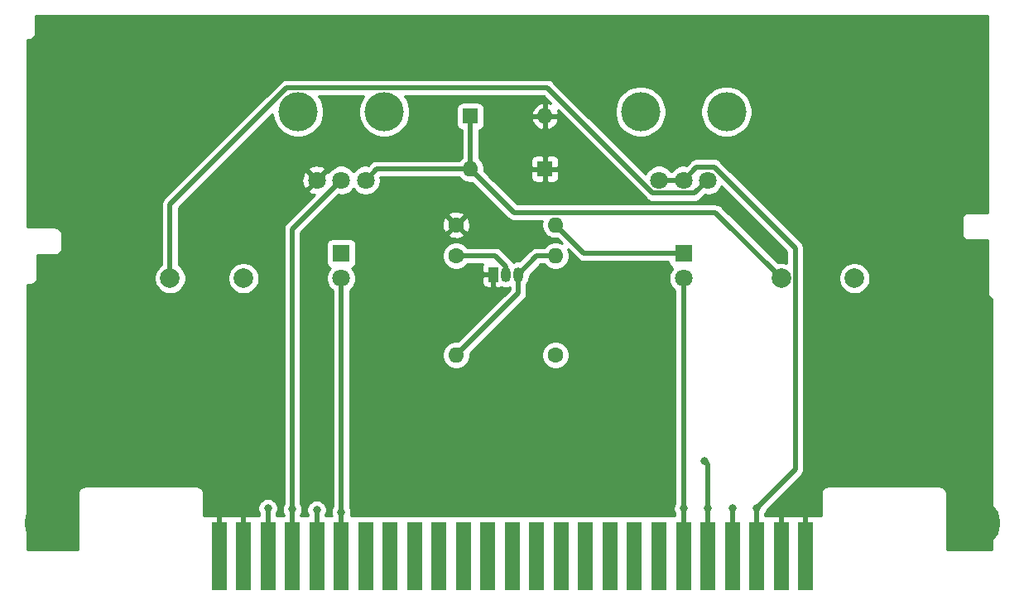
<source format=gbr>
G04 #@! TF.GenerationSoftware,KiCad,Pcbnew,(5.1.7)-1*
G04 #@! TF.CreationDate,2021-02-06T11:06:05-06:00*
G04 #@! TF.ProjectId,ConsolePedalDistortion,436f6e73-6f6c-4655-9065-64616c446973,rev?*
G04 #@! TF.SameCoordinates,Original*
G04 #@! TF.FileFunction,Copper,L1,Top*
G04 #@! TF.FilePolarity,Positive*
%FSLAX46Y46*%
G04 Gerber Fmt 4.6, Leading zero omitted, Abs format (unit mm)*
G04 Created by KiCad (PCBNEW (5.1.7)-1) date 2021-02-06 11:06:05*
%MOMM*%
%LPD*%
G01*
G04 APERTURE LIST*
G04 #@! TA.AperFunction,ComponentPad*
%ADD10C,1.600000*%
G04 #@! TD*
G04 #@! TA.AperFunction,ComponentPad*
%ADD11O,1.600000X1.600000*%
G04 #@! TD*
G04 #@! TA.AperFunction,ComponentPad*
%ADD12R,1.800000X1.800000*%
G04 #@! TD*
G04 #@! TA.AperFunction,ComponentPad*
%ADD13C,1.800000*%
G04 #@! TD*
G04 #@! TA.AperFunction,ConnectorPad*
%ADD14R,1.500000X7.000000*%
G04 #@! TD*
G04 #@! TA.AperFunction,WasherPad*
%ADD15C,4.000000*%
G04 #@! TD*
G04 #@! TA.AperFunction,ComponentPad*
%ADD16C,5.000000*%
G04 #@! TD*
G04 #@! TA.AperFunction,ComponentPad*
%ADD17C,2.000000*%
G04 #@! TD*
G04 #@! TA.AperFunction,ComponentPad*
%ADD18R,1.600000X1.600000*%
G04 #@! TD*
G04 #@! TA.AperFunction,ComponentPad*
%ADD19O,1.050000X1.500000*%
G04 #@! TD*
G04 #@! TA.AperFunction,ComponentPad*
%ADD20R,1.050000X1.500000*%
G04 #@! TD*
G04 #@! TA.AperFunction,ViaPad*
%ADD21C,0.800000*%
G04 #@! TD*
G04 #@! TA.AperFunction,Conductor*
%ADD22C,0.500000*%
G04 #@! TD*
G04 #@! TA.AperFunction,Conductor*
%ADD23C,0.254000*%
G04 #@! TD*
G04 #@! TA.AperFunction,Conductor*
%ADD24C,0.100000*%
G04 #@! TD*
G04 APERTURE END LIST*
D10*
G04 #@! TO.P,R3,1*
G04 #@! TO.N,GND*
X127000000Y-92075000D03*
D11*
G04 #@! TO.P,R3,2*
G04 #@! TO.N,Net-(D1-Pad1)*
X137160000Y-92075000D03*
G04 #@! TD*
D12*
G04 #@! TO.P,D1,1*
G04 #@! TO.N,Net-(D1-Pad1)*
X115250000Y-95000000D03*
D13*
G04 #@! TO.P,D1,2*
G04 #@! TO.N,/LEDPower*
X115250000Y-97540000D03*
G04 #@! TD*
G04 #@! TO.P,D2,2*
G04 #@! TO.N,/LEDPower*
X150250000Y-97540000D03*
D12*
G04 #@! TO.P,D2,1*
G04 #@! TO.N,Net-(D1-Pad1)*
X150250000Y-95000000D03*
G04 #@! TD*
D14*
G04 #@! TO.P,J1,1*
G04 #@! TO.N,GND*
X102750000Y-126000000D03*
G04 #@! TO.P,J1,2*
X105250000Y-126000000D03*
G04 #@! TO.P,J1,3*
G04 #@! TO.N,/Input*
X107750000Y-126000000D03*
G04 #@! TO.P,J1,4*
G04 #@! TO.N,/Output*
X110250000Y-126000000D03*
G04 #@! TO.P,J1,5*
G04 #@! TO.N,+9V*
X112750000Y-126000000D03*
G04 #@! TO.P,J1,6*
G04 #@! TO.N,/LEDPower*
X115250000Y-126000000D03*
G04 #@! TO.P,J1,7*
G04 #@! TO.N,N/C*
X117750000Y-126000000D03*
G04 #@! TO.P,J1,8*
X120250000Y-126000000D03*
G04 #@! TO.P,J1,9*
X122750000Y-126000000D03*
G04 #@! TO.P,J1,10*
X125250000Y-126000000D03*
G04 #@! TO.P,J1,11*
X127750000Y-126000000D03*
G04 #@! TO.P,J1,12*
X130250000Y-126000000D03*
G04 #@! TO.P,J1,13*
X132750000Y-126000000D03*
G04 #@! TO.P,J1,14*
X135250000Y-126000000D03*
G04 #@! TO.P,J1,15*
X137750000Y-126000000D03*
G04 #@! TO.P,J1,16*
X140250000Y-126000000D03*
G04 #@! TO.P,J1,17*
X142750000Y-126000000D03*
G04 #@! TO.P,J1,18*
X145250000Y-126000000D03*
G04 #@! TO.P,J1,19*
X147750000Y-126000000D03*
G04 #@! TO.P,J1,20*
G04 #@! TO.N,/LEDPower*
X150250000Y-126000000D03*
G04 #@! TO.P,J1,21*
G04 #@! TO.N,+9V*
X152750000Y-126000000D03*
G04 #@! TO.P,J1,22*
G04 #@! TO.N,/Output*
X155250000Y-126000000D03*
G04 #@! TO.P,J1,23*
G04 #@! TO.N,/Input*
X157750000Y-126000000D03*
G04 #@! TO.P,J1,24*
G04 #@! TO.N,GND*
X160250000Y-126000000D03*
G04 #@! TO.P,J1,25*
X162750000Y-126000000D03*
G04 #@! TD*
D15*
G04 #@! TO.P,RV1,*
G04 #@! TO.N,*
X154650000Y-80500000D03*
X145850000Y-80500000D03*
D13*
G04 #@! TO.P,RV1,1*
G04 #@! TO.N,Net-(C1-Pad2)*
X152750000Y-87500000D03*
G04 #@! TO.P,RV1,2*
G04 #@! TO.N,/Input*
X150250000Y-87500000D03*
G04 #@! TO.P,RV1,3*
X147750000Y-87500000D03*
G04 #@! TD*
G04 #@! TO.P,RV2,3*
G04 #@! TO.N,GND*
X112750000Y-87500000D03*
G04 #@! TO.P,RV2,2*
G04 #@! TO.N,/Output*
X115250000Y-87500000D03*
G04 #@! TO.P,RV2,1*
G04 #@! TO.N,Net-(C2-Pad1)*
X117750000Y-87500000D03*
D15*
G04 #@! TO.P,RV2,*
G04 #@! TO.N,*
X110850000Y-80500000D03*
X119650000Y-80500000D03*
G04 #@! TD*
D16*
G04 #@! TO.P,H1,1*
G04 #@! TO.N,GND*
X85350000Y-122600000D03*
G04 #@! TD*
G04 #@! TO.P,H2,1*
G04 #@! TO.N,GND*
X180150000Y-122600000D03*
G04 #@! TD*
D17*
G04 #@! TO.P,C1,1*
G04 #@! TO.N,Net-(C1-Pad1)*
X105250000Y-97540000D03*
G04 #@! TO.P,C1,2*
G04 #@! TO.N,Net-(C1-Pad2)*
X97750000Y-97540000D03*
G04 #@! TD*
G04 #@! TO.P,C2,2*
G04 #@! TO.N,Net-(C2-Pad2)*
X167750000Y-97540000D03*
G04 #@! TO.P,C2,1*
G04 #@! TO.N,Net-(C2-Pad1)*
X160250000Y-97540000D03*
G04 #@! TD*
D18*
G04 #@! TO.P,D3,1*
G04 #@! TO.N,Net-(C2-Pad1)*
X128460500Y-80962500D03*
D11*
G04 #@! TO.P,D3,2*
G04 #@! TO.N,GND*
X136080500Y-80962500D03*
G04 #@! TD*
G04 #@! TO.P,D4,2*
G04 #@! TO.N,Net-(C2-Pad1)*
X128460500Y-86360000D03*
D18*
G04 #@! TO.P,D4,1*
G04 #@! TO.N,GND*
X136080500Y-86360000D03*
G04 #@! TD*
D19*
G04 #@! TO.P,Q1,2*
G04 #@! TO.N,Net-(C1-Pad1)*
X132080000Y-97155000D03*
G04 #@! TO.P,Q1,3*
G04 #@! TO.N,Net-(C2-Pad2)*
X133350000Y-97155000D03*
D20*
G04 #@! TO.P,Q1,1*
G04 #@! TO.N,GND*
X130810000Y-97155000D03*
G04 #@! TD*
D10*
G04 #@! TO.P,R1,1*
G04 #@! TO.N,Net-(C1-Pad1)*
X127000000Y-95250000D03*
D11*
G04 #@! TO.P,R1,2*
G04 #@! TO.N,Net-(C2-Pad2)*
X127000000Y-105410000D03*
G04 #@! TD*
G04 #@! TO.P,R2,2*
G04 #@! TO.N,Net-(C2-Pad2)*
X137160000Y-95250000D03*
D10*
G04 #@! TO.P,R2,1*
G04 #@! TO.N,+9V*
X137160000Y-105410000D03*
G04 #@! TD*
D21*
G04 #@! TO.N,GND*
X105250000Y-120979000D03*
X160250000Y-120988000D03*
X102750000Y-121038000D03*
X162750000Y-120967000D03*
G04 #@! TO.N,/LEDPower*
X115250000Y-121454000D03*
X150250000Y-121073000D03*
G04 #@! TO.N,/Input*
X107750000Y-121066000D03*
X157750000Y-121066000D03*
G04 #@! TO.N,/Output*
X110250000Y-121195000D03*
X155250000Y-121068000D03*
G04 #@! TO.N,+9V*
X112750000Y-121235000D03*
X152750000Y-121108000D03*
X152400000Y-116205000D03*
G04 #@! TD*
D22*
G04 #@! TO.N,GND*
X105250000Y-126000000D02*
X105250000Y-120979000D01*
X160250000Y-126000000D02*
X160250000Y-120988000D01*
X102750000Y-126000000D02*
X102750000Y-121038000D01*
X162750000Y-126000000D02*
X162750000Y-120967000D01*
G04 #@! TO.N,Net-(C1-Pad1)*
X132080000Y-96339998D02*
X132080000Y-97155000D01*
X130990002Y-95250000D02*
X132080000Y-96339998D01*
X127000000Y-95250000D02*
X130990002Y-95250000D01*
G04 #@! TO.N,Net-(C1-Pad2)*
X151399999Y-88850001D02*
X152750000Y-87500000D01*
X147101999Y-88850001D02*
X151399999Y-88850001D01*
X136301997Y-78049999D02*
X147101999Y-88850001D01*
X109673999Y-78049999D02*
X136301997Y-78049999D01*
X97750000Y-89973998D02*
X109673999Y-78049999D01*
X97750000Y-97540000D02*
X97750000Y-89973998D01*
G04 #@! TO.N,Net-(C2-Pad2)*
X133350000Y-99060000D02*
X133350000Y-97155000D01*
X127000000Y-105410000D02*
X133350000Y-99060000D01*
X135255000Y-95250000D02*
X133350000Y-97155000D01*
X137160000Y-95250000D02*
X135255000Y-95250000D01*
G04 #@! TO.N,Net-(C2-Pad1)*
X128460500Y-86360000D02*
X128460500Y-80962500D01*
X118890000Y-86360000D02*
X117750000Y-87500000D01*
X128460500Y-86360000D02*
X118890000Y-86360000D01*
X132925499Y-90824999D02*
X128460500Y-86360000D01*
X153534999Y-90824999D02*
X132925499Y-90824999D01*
X160250000Y-97540000D02*
X153534999Y-90824999D01*
G04 #@! TO.N,/LEDPower*
X115250000Y-126000000D02*
X115250000Y-121454000D01*
X150250000Y-126000000D02*
X150250000Y-121073000D01*
X115250000Y-121454000D02*
X115250000Y-97540000D01*
X150250000Y-97540000D02*
X150250000Y-121073000D01*
G04 #@! TO.N,/Input*
X107750000Y-126000000D02*
X107750000Y-121066000D01*
X157750000Y-126000000D02*
X157750000Y-121066000D01*
X147750000Y-87500000D02*
X150250000Y-87500000D01*
X161700001Y-94451999D02*
X161700001Y-117115999D01*
X161700001Y-117115999D02*
X157750000Y-121066000D01*
X153398001Y-86149999D02*
X161700001Y-94451999D01*
X151600001Y-86149999D02*
X153398001Y-86149999D01*
X150250000Y-87500000D02*
X151600001Y-86149999D01*
G04 #@! TO.N,/Output*
X110250000Y-126000000D02*
X110250000Y-121195000D01*
X155250000Y-126000000D02*
X155250000Y-121068000D01*
X110250000Y-92500000D02*
X110250000Y-121195000D01*
X115250000Y-87500000D02*
X110250000Y-92500000D01*
G04 #@! TO.N,+9V*
X112750000Y-126000000D02*
X112750000Y-121235000D01*
X152750000Y-126000000D02*
X152750000Y-121108000D01*
X152750000Y-121108000D02*
X152750000Y-116555000D01*
X152750000Y-116555000D02*
X152400000Y-116205000D01*
X152400000Y-116205000D02*
X152400000Y-116205000D01*
G04 #@! TO.N,Net-(D1-Pad1)*
X140085000Y-95000000D02*
X137160000Y-92075000D01*
X150250000Y-95000000D02*
X140085000Y-95000000D01*
G04 #@! TD*
D23*
G04 #@! TO.N,GND*
X181323001Y-90823000D02*
X179433252Y-90823000D01*
X179400000Y-90819725D01*
X179366748Y-90823000D01*
X179267285Y-90832796D01*
X179139670Y-90871508D01*
X179022059Y-90934372D01*
X178918973Y-91018973D01*
X178834372Y-91122059D01*
X178771508Y-91239670D01*
X178732796Y-91367285D01*
X178719725Y-91500000D01*
X178723001Y-91533262D01*
X178723000Y-92966747D01*
X178719725Y-93000000D01*
X178732796Y-93132715D01*
X178771508Y-93260330D01*
X178834372Y-93377941D01*
X178918973Y-93481027D01*
X179022059Y-93565628D01*
X179139670Y-93628492D01*
X179267285Y-93667204D01*
X179400000Y-93680275D01*
X179433252Y-93677000D01*
X181323000Y-93677000D01*
X181323001Y-98966738D01*
X181319725Y-99000000D01*
X181332796Y-99132715D01*
X181371508Y-99260330D01*
X181434372Y-99377941D01*
X181518973Y-99481027D01*
X181622059Y-99565628D01*
X181739670Y-99628492D01*
X181823001Y-99653770D01*
X181823000Y-125323000D01*
X177177000Y-125323000D01*
X177177000Y-119533252D01*
X177180275Y-119500000D01*
X177167204Y-119367285D01*
X177128492Y-119239670D01*
X177065628Y-119122059D01*
X176981027Y-119018973D01*
X176877941Y-118934372D01*
X176760330Y-118871508D01*
X176632715Y-118832796D01*
X176533252Y-118823000D01*
X176500000Y-118819725D01*
X176466748Y-118823000D01*
X165033252Y-118823000D01*
X165000000Y-118819725D01*
X164966748Y-118823000D01*
X164867285Y-118832796D01*
X164739670Y-118871508D01*
X164622059Y-118934372D01*
X164518973Y-119018973D01*
X164434372Y-119122059D01*
X164371508Y-119239670D01*
X164332796Y-119367285D01*
X164319725Y-119500000D01*
X164323001Y-119533262D01*
X164323001Y-121793000D01*
X158627000Y-121793000D01*
X158627000Y-121602027D01*
X158660115Y-121552467D01*
X158737533Y-121365565D01*
X158749162Y-121307103D01*
X162289675Y-117766591D01*
X162323134Y-117739132D01*
X162432728Y-117605591D01*
X162514163Y-117453236D01*
X162564311Y-117287921D01*
X162577001Y-117159078D01*
X162581244Y-117115999D01*
X162577001Y-117072920D01*
X162577001Y-97379755D01*
X166123000Y-97379755D01*
X166123000Y-97700245D01*
X166185525Y-98014578D01*
X166308172Y-98310673D01*
X166486227Y-98577152D01*
X166712848Y-98803773D01*
X166979327Y-98981828D01*
X167275422Y-99104475D01*
X167589755Y-99167000D01*
X167910245Y-99167000D01*
X168224578Y-99104475D01*
X168520673Y-98981828D01*
X168787152Y-98803773D01*
X169013773Y-98577152D01*
X169191828Y-98310673D01*
X169314475Y-98014578D01*
X169377000Y-97700245D01*
X169377000Y-97379755D01*
X169314475Y-97065422D01*
X169191828Y-96769327D01*
X169013773Y-96502848D01*
X168787152Y-96276227D01*
X168520673Y-96098172D01*
X168224578Y-95975525D01*
X167910245Y-95913000D01*
X167589755Y-95913000D01*
X167275422Y-95975525D01*
X166979327Y-96098172D01*
X166712848Y-96276227D01*
X166486227Y-96502848D01*
X166308172Y-96769327D01*
X166185525Y-97065422D01*
X166123000Y-97379755D01*
X162577001Y-97379755D01*
X162577001Y-94495078D01*
X162581244Y-94451999D01*
X162564311Y-94280076D01*
X162514163Y-94114762D01*
X162462963Y-94018973D01*
X162432728Y-93962407D01*
X162363324Y-93877838D01*
X162350595Y-93862327D01*
X162350593Y-93862325D01*
X162323134Y-93828866D01*
X162289676Y-93801408D01*
X154048598Y-85560331D01*
X154021134Y-85526866D01*
X153887593Y-85417272D01*
X153735238Y-85335837D01*
X153569923Y-85285689D01*
X153441080Y-85272999D01*
X153398001Y-85268756D01*
X153354922Y-85272999D01*
X151643080Y-85272999D01*
X151600001Y-85268756D01*
X151428078Y-85285689D01*
X151262764Y-85335837D01*
X151110409Y-85417272D01*
X150976868Y-85526866D01*
X150949404Y-85560331D01*
X150514115Y-85995620D01*
X150400396Y-85973000D01*
X150099604Y-85973000D01*
X149804590Y-86031681D01*
X149526694Y-86146790D01*
X149276594Y-86313901D01*
X149063901Y-86526594D01*
X149000000Y-86622229D01*
X148936099Y-86526594D01*
X148723406Y-86313901D01*
X148473306Y-86146790D01*
X148195410Y-86031681D01*
X147900396Y-85973000D01*
X147599604Y-85973000D01*
X147304590Y-86031681D01*
X147026694Y-86146790D01*
X146776594Y-86313901D01*
X146563901Y-86526594D01*
X146396790Y-86776694D01*
X146359348Y-86867085D01*
X139733526Y-80241263D01*
X143223000Y-80241263D01*
X143223000Y-80758737D01*
X143323954Y-81266268D01*
X143521983Y-81744351D01*
X143809476Y-82174615D01*
X144175385Y-82540524D01*
X144605649Y-82828017D01*
X145083732Y-83026046D01*
X145591263Y-83127000D01*
X146108737Y-83127000D01*
X146616268Y-83026046D01*
X147094351Y-82828017D01*
X147524615Y-82540524D01*
X147890524Y-82174615D01*
X148178017Y-81744351D01*
X148376046Y-81266268D01*
X148477000Y-80758737D01*
X148477000Y-80241263D01*
X152023000Y-80241263D01*
X152023000Y-80758737D01*
X152123954Y-81266268D01*
X152321983Y-81744351D01*
X152609476Y-82174615D01*
X152975385Y-82540524D01*
X153405649Y-82828017D01*
X153883732Y-83026046D01*
X154391263Y-83127000D01*
X154908737Y-83127000D01*
X155416268Y-83026046D01*
X155894351Y-82828017D01*
X156324615Y-82540524D01*
X156690524Y-82174615D01*
X156978017Y-81744351D01*
X157176046Y-81266268D01*
X157277000Y-80758737D01*
X157277000Y-80241263D01*
X157176046Y-79733732D01*
X156978017Y-79255649D01*
X156690524Y-78825385D01*
X156324615Y-78459476D01*
X155894351Y-78171983D01*
X155416268Y-77973954D01*
X154908737Y-77873000D01*
X154391263Y-77873000D01*
X153883732Y-77973954D01*
X153405649Y-78171983D01*
X152975385Y-78459476D01*
X152609476Y-78825385D01*
X152321983Y-79255649D01*
X152123954Y-79733732D01*
X152023000Y-80241263D01*
X148477000Y-80241263D01*
X148376046Y-79733732D01*
X148178017Y-79255649D01*
X147890524Y-78825385D01*
X147524615Y-78459476D01*
X147094351Y-78171983D01*
X146616268Y-77973954D01*
X146108737Y-77873000D01*
X145591263Y-77873000D01*
X145083732Y-77973954D01*
X144605649Y-78171983D01*
X144175385Y-78459476D01*
X143809476Y-78825385D01*
X143521983Y-79255649D01*
X143323954Y-79733732D01*
X143223000Y-80241263D01*
X139733526Y-80241263D01*
X136952594Y-77460331D01*
X136925130Y-77426866D01*
X136791589Y-77317272D01*
X136639234Y-77235837D01*
X136473919Y-77185689D01*
X136345076Y-77172999D01*
X136301997Y-77168756D01*
X136258918Y-77172999D01*
X109717075Y-77172999D01*
X109673998Y-77168756D01*
X109630921Y-77172999D01*
X109630920Y-77172999D01*
X109502077Y-77185689D01*
X109336762Y-77235837D01*
X109184407Y-77317272D01*
X109050866Y-77426866D01*
X109023407Y-77460325D01*
X97160327Y-89323406D01*
X97126868Y-89350865D01*
X97099409Y-89384324D01*
X97099406Y-89384327D01*
X97017274Y-89484406D01*
X96935838Y-89636762D01*
X96885690Y-89802076D01*
X96868757Y-89973998D01*
X96873001Y-90017088D01*
X96873000Y-96169217D01*
X96712848Y-96276227D01*
X96486227Y-96502848D01*
X96308172Y-96769327D01*
X96185525Y-97065422D01*
X96123000Y-97379755D01*
X96123000Y-97700245D01*
X96185525Y-98014578D01*
X96308172Y-98310673D01*
X96486227Y-98577152D01*
X96712848Y-98803773D01*
X96979327Y-98981828D01*
X97275422Y-99104475D01*
X97589755Y-99167000D01*
X97910245Y-99167000D01*
X98224578Y-99104475D01*
X98520673Y-98981828D01*
X98787152Y-98803773D01*
X99013773Y-98577152D01*
X99191828Y-98310673D01*
X99314475Y-98014578D01*
X99377000Y-97700245D01*
X99377000Y-97379755D01*
X103623000Y-97379755D01*
X103623000Y-97700245D01*
X103685525Y-98014578D01*
X103808172Y-98310673D01*
X103986227Y-98577152D01*
X104212848Y-98803773D01*
X104479327Y-98981828D01*
X104775422Y-99104475D01*
X105089755Y-99167000D01*
X105410245Y-99167000D01*
X105724578Y-99104475D01*
X106020673Y-98981828D01*
X106287152Y-98803773D01*
X106513773Y-98577152D01*
X106691828Y-98310673D01*
X106814475Y-98014578D01*
X106877000Y-97700245D01*
X106877000Y-97379755D01*
X106814475Y-97065422D01*
X106691828Y-96769327D01*
X106513773Y-96502848D01*
X106287152Y-96276227D01*
X106020673Y-96098172D01*
X105724578Y-95975525D01*
X105410245Y-95913000D01*
X105089755Y-95913000D01*
X104775422Y-95975525D01*
X104479327Y-96098172D01*
X104212848Y-96276227D01*
X103986227Y-96502848D01*
X103808172Y-96769327D01*
X103685525Y-97065422D01*
X103623000Y-97379755D01*
X99377000Y-97379755D01*
X99314475Y-97065422D01*
X99191828Y-96769327D01*
X99013773Y-96502848D01*
X98787152Y-96276227D01*
X98627000Y-96169217D01*
X98627000Y-90337263D01*
X101397710Y-87566553D01*
X111209009Y-87566553D01*
X111251603Y-87865907D01*
X111351778Y-88151199D01*
X111431739Y-88300792D01*
X111685920Y-88384475D01*
X112570395Y-87500000D01*
X111685920Y-86615525D01*
X111431739Y-86699208D01*
X111300842Y-86971775D01*
X111225635Y-87264642D01*
X111209009Y-87566553D01*
X101397710Y-87566553D01*
X102528343Y-86435920D01*
X111865525Y-86435920D01*
X112750000Y-87320395D01*
X113634475Y-86435920D01*
X113550792Y-86181739D01*
X113278225Y-86050842D01*
X112985358Y-85975635D01*
X112683447Y-85959009D01*
X112384093Y-86001603D01*
X112098801Y-86101778D01*
X111949208Y-86181739D01*
X111865525Y-86435920D01*
X102528343Y-86435920D01*
X108223000Y-80741264D01*
X108223000Y-80758737D01*
X108323954Y-81266268D01*
X108521983Y-81744351D01*
X108809476Y-82174615D01*
X109175385Y-82540524D01*
X109605649Y-82828017D01*
X110083732Y-83026046D01*
X110591263Y-83127000D01*
X111108737Y-83127000D01*
X111616268Y-83026046D01*
X112094351Y-82828017D01*
X112524615Y-82540524D01*
X112890524Y-82174615D01*
X113178017Y-81744351D01*
X113376046Y-81266268D01*
X113477000Y-80758737D01*
X113477000Y-80241263D01*
X113376046Y-79733732D01*
X113178017Y-79255649D01*
X112958420Y-78926999D01*
X117541580Y-78926999D01*
X117321983Y-79255649D01*
X117123954Y-79733732D01*
X117023000Y-80241263D01*
X117023000Y-80758737D01*
X117123954Y-81266268D01*
X117321983Y-81744351D01*
X117609476Y-82174615D01*
X117975385Y-82540524D01*
X118405649Y-82828017D01*
X118883732Y-83026046D01*
X119391263Y-83127000D01*
X119908737Y-83127000D01*
X120416268Y-83026046D01*
X120894351Y-82828017D01*
X121324615Y-82540524D01*
X121690524Y-82174615D01*
X121978017Y-81744351D01*
X122176046Y-81266268D01*
X122277000Y-80758737D01*
X122277000Y-80241263D01*
X122176046Y-79733732D01*
X121978017Y-79255649D01*
X121758420Y-78926999D01*
X135938732Y-78926999D01*
X136667558Y-79655825D01*
X136429540Y-79570591D01*
X136207500Y-79691876D01*
X136207500Y-80835500D01*
X137350415Y-80835500D01*
X137472404Y-80613461D01*
X137431746Y-80479413D01*
X137378509Y-80366776D01*
X146451402Y-89439669D01*
X146478866Y-89473134D01*
X146612407Y-89582728D01*
X146764762Y-89664163D01*
X146930077Y-89714311D01*
X147058920Y-89727001D01*
X147058929Y-89727001D01*
X147101998Y-89731243D01*
X147145068Y-89727001D01*
X151356920Y-89727001D01*
X151399999Y-89731244D01*
X151443078Y-89727001D01*
X151571921Y-89714311D01*
X151737236Y-89664163D01*
X151889591Y-89582728D01*
X152023132Y-89473134D01*
X152050596Y-89439669D01*
X152485885Y-89004380D01*
X152599604Y-89027000D01*
X152900396Y-89027000D01*
X153195410Y-88968319D01*
X153473306Y-88853210D01*
X153723406Y-88686099D01*
X153936099Y-88473406D01*
X154103210Y-88223306D01*
X154140652Y-88132915D01*
X160823001Y-94815265D01*
X160823001Y-96016293D01*
X160724578Y-95975525D01*
X160410245Y-95913000D01*
X160089755Y-95913000D01*
X159900842Y-95950577D01*
X154185596Y-90235331D01*
X154158132Y-90201866D01*
X154024591Y-90092272D01*
X153872236Y-90010837D01*
X153706921Y-89960689D01*
X153578078Y-89947999D01*
X153534999Y-89943756D01*
X153491920Y-89947999D01*
X133288764Y-89947999D01*
X130500765Y-87160000D01*
X134642428Y-87160000D01*
X134654688Y-87284482D01*
X134690998Y-87404180D01*
X134749963Y-87514494D01*
X134829315Y-87611185D01*
X134926006Y-87690537D01*
X135036320Y-87749502D01*
X135156018Y-87785812D01*
X135280500Y-87798072D01*
X135794750Y-87795000D01*
X135953500Y-87636250D01*
X135953500Y-86487000D01*
X136207500Y-86487000D01*
X136207500Y-87636250D01*
X136366250Y-87795000D01*
X136880500Y-87798072D01*
X137004982Y-87785812D01*
X137124680Y-87749502D01*
X137234994Y-87690537D01*
X137331685Y-87611185D01*
X137411037Y-87514494D01*
X137470002Y-87404180D01*
X137506312Y-87284482D01*
X137518572Y-87160000D01*
X137515500Y-86645750D01*
X137356750Y-86487000D01*
X136207500Y-86487000D01*
X135953500Y-86487000D01*
X134804250Y-86487000D01*
X134645500Y-86645750D01*
X134642428Y-87160000D01*
X130500765Y-87160000D01*
X129879837Y-86539072D01*
X129887500Y-86500547D01*
X129887500Y-86219453D01*
X129832662Y-85943759D01*
X129725091Y-85684062D01*
X129642196Y-85560000D01*
X134642428Y-85560000D01*
X134645500Y-86074250D01*
X134804250Y-86233000D01*
X135953500Y-86233000D01*
X135953500Y-85083750D01*
X136207500Y-85083750D01*
X136207500Y-86233000D01*
X137356750Y-86233000D01*
X137515500Y-86074250D01*
X137518572Y-85560000D01*
X137506312Y-85435518D01*
X137470002Y-85315820D01*
X137411037Y-85205506D01*
X137331685Y-85108815D01*
X137234994Y-85029463D01*
X137124680Y-84970498D01*
X137004982Y-84934188D01*
X136880500Y-84921928D01*
X136366250Y-84925000D01*
X136207500Y-85083750D01*
X135953500Y-85083750D01*
X135794750Y-84925000D01*
X135280500Y-84921928D01*
X135156018Y-84934188D01*
X135036320Y-84970498D01*
X134926006Y-85029463D01*
X134829315Y-85108815D01*
X134749963Y-85205506D01*
X134690998Y-85315820D01*
X134654688Y-85435518D01*
X134642428Y-85560000D01*
X129642196Y-85560000D01*
X129568924Y-85450340D01*
X129370160Y-85251576D01*
X129337500Y-85229753D01*
X129337500Y-82384949D01*
X129383413Y-82380427D01*
X129501603Y-82344575D01*
X129610528Y-82286353D01*
X129706001Y-82208001D01*
X129784353Y-82112528D01*
X129842575Y-82003603D01*
X129878427Y-81885413D01*
X129890533Y-81762500D01*
X129890533Y-81311539D01*
X134688596Y-81311539D01*
X134729254Y-81445587D01*
X134849463Y-81699920D01*
X135016981Y-81925914D01*
X135225369Y-82114885D01*
X135466619Y-82259570D01*
X135731460Y-82354409D01*
X135953500Y-82233124D01*
X135953500Y-81089500D01*
X136207500Y-81089500D01*
X136207500Y-82233124D01*
X136429540Y-82354409D01*
X136694381Y-82259570D01*
X136935631Y-82114885D01*
X137144019Y-81925914D01*
X137311537Y-81699920D01*
X137431746Y-81445587D01*
X137472404Y-81311539D01*
X137350415Y-81089500D01*
X136207500Y-81089500D01*
X135953500Y-81089500D01*
X134810585Y-81089500D01*
X134688596Y-81311539D01*
X129890533Y-81311539D01*
X129890533Y-80613461D01*
X134688596Y-80613461D01*
X134810585Y-80835500D01*
X135953500Y-80835500D01*
X135953500Y-79691876D01*
X135731460Y-79570591D01*
X135466619Y-79665430D01*
X135225369Y-79810115D01*
X135016981Y-79999086D01*
X134849463Y-80225080D01*
X134729254Y-80479413D01*
X134688596Y-80613461D01*
X129890533Y-80613461D01*
X129890533Y-80162500D01*
X129878427Y-80039587D01*
X129842575Y-79921397D01*
X129784353Y-79812472D01*
X129706001Y-79716999D01*
X129610528Y-79638647D01*
X129501603Y-79580425D01*
X129383413Y-79544573D01*
X129260500Y-79532467D01*
X127660500Y-79532467D01*
X127537587Y-79544573D01*
X127419397Y-79580425D01*
X127310472Y-79638647D01*
X127214999Y-79716999D01*
X127136647Y-79812472D01*
X127078425Y-79921397D01*
X127042573Y-80039587D01*
X127030467Y-80162500D01*
X127030467Y-81762500D01*
X127042573Y-81885413D01*
X127078425Y-82003603D01*
X127136647Y-82112528D01*
X127214999Y-82208001D01*
X127310472Y-82286353D01*
X127419397Y-82344575D01*
X127537587Y-82380427D01*
X127583501Y-82384949D01*
X127583500Y-85229753D01*
X127550840Y-85251576D01*
X127352076Y-85450340D01*
X127330253Y-85483000D01*
X118933069Y-85483000D01*
X118889999Y-85478758D01*
X118846930Y-85483000D01*
X118846921Y-85483000D01*
X118718078Y-85495690D01*
X118552763Y-85545838D01*
X118400408Y-85627273D01*
X118266867Y-85736867D01*
X118239403Y-85770332D01*
X118014115Y-85995620D01*
X117900396Y-85973000D01*
X117599604Y-85973000D01*
X117304590Y-86031681D01*
X117026694Y-86146790D01*
X116776594Y-86313901D01*
X116563901Y-86526594D01*
X116500000Y-86622229D01*
X116436099Y-86526594D01*
X116223406Y-86313901D01*
X115973306Y-86146790D01*
X115695410Y-86031681D01*
X115400396Y-85973000D01*
X115099604Y-85973000D01*
X114804590Y-86031681D01*
X114526694Y-86146790D01*
X114276594Y-86313901D01*
X114063901Y-86526594D01*
X113970147Y-86666906D01*
X113814080Y-86615525D01*
X112929605Y-87500000D01*
X112943748Y-87514143D01*
X112764143Y-87693748D01*
X112750000Y-87679605D01*
X111865525Y-88564080D01*
X111949208Y-88818261D01*
X112221775Y-88949158D01*
X112491351Y-89018384D01*
X109660332Y-91849403D01*
X109626867Y-91876867D01*
X109599406Y-91910329D01*
X109517274Y-92010408D01*
X109435838Y-92162764D01*
X109385690Y-92328078D01*
X109368757Y-92500000D01*
X109373000Y-92543080D01*
X109373001Y-120658971D01*
X109339885Y-120708533D01*
X109262467Y-120895435D01*
X109223000Y-121093849D01*
X109223000Y-121296151D01*
X109262467Y-121494565D01*
X109339885Y-121681467D01*
X109373001Y-121731029D01*
X109373001Y-121793000D01*
X108627000Y-121793000D01*
X108627000Y-121602027D01*
X108660115Y-121552467D01*
X108737533Y-121365565D01*
X108777000Y-121167151D01*
X108777000Y-120964849D01*
X108737533Y-120766435D01*
X108660115Y-120579533D01*
X108547723Y-120411326D01*
X108404674Y-120268277D01*
X108236467Y-120155885D01*
X108049565Y-120078467D01*
X107851151Y-120039000D01*
X107648849Y-120039000D01*
X107450435Y-120078467D01*
X107263533Y-120155885D01*
X107095326Y-120268277D01*
X106952277Y-120411326D01*
X106839885Y-120579533D01*
X106762467Y-120766435D01*
X106723000Y-120964849D01*
X106723000Y-121167151D01*
X106762467Y-121365565D01*
X106839885Y-121552467D01*
X106873001Y-121602029D01*
X106873001Y-121793000D01*
X101177000Y-121793000D01*
X101177000Y-119533252D01*
X101180275Y-119500000D01*
X101167204Y-119367285D01*
X101128492Y-119239670D01*
X101065628Y-119122059D01*
X100981027Y-119018973D01*
X100877941Y-118934372D01*
X100760330Y-118871508D01*
X100632715Y-118832796D01*
X100533252Y-118823000D01*
X100500000Y-118819725D01*
X100466748Y-118823000D01*
X89033252Y-118823000D01*
X89000000Y-118819725D01*
X88966748Y-118823000D01*
X88867285Y-118832796D01*
X88739670Y-118871508D01*
X88622059Y-118934372D01*
X88518973Y-119018973D01*
X88434372Y-119122059D01*
X88371508Y-119239670D01*
X88332796Y-119367285D01*
X88319725Y-119500000D01*
X88323000Y-119533252D01*
X88323001Y-125323000D01*
X83177000Y-125323000D01*
X83177000Y-98177000D01*
X83466748Y-98177000D01*
X83500000Y-98180275D01*
X83533252Y-98177000D01*
X83632715Y-98167204D01*
X83760330Y-98128492D01*
X83877941Y-98065628D01*
X83981027Y-97981027D01*
X84065628Y-97877941D01*
X84128492Y-97760330D01*
X84167204Y-97632715D01*
X84180275Y-97500000D01*
X84177000Y-97466748D01*
X84177000Y-95177000D01*
X85966748Y-95177000D01*
X86000000Y-95180275D01*
X86033252Y-95177000D01*
X86132715Y-95167204D01*
X86260330Y-95128492D01*
X86377941Y-95065628D01*
X86481027Y-94981027D01*
X86565628Y-94877941D01*
X86628492Y-94760330D01*
X86667204Y-94632715D01*
X86680275Y-94500000D01*
X86677000Y-94466748D01*
X86677000Y-93033251D01*
X86680275Y-93000000D01*
X86667204Y-92867285D01*
X86628492Y-92739670D01*
X86565628Y-92622059D01*
X86481027Y-92518973D01*
X86377941Y-92434372D01*
X86260330Y-92371508D01*
X86132715Y-92332796D01*
X86033252Y-92323000D01*
X86000000Y-92319725D01*
X85966748Y-92323000D01*
X83177000Y-92323000D01*
X83177000Y-73177000D01*
X83266748Y-73177000D01*
X83300000Y-73180275D01*
X83333252Y-73177000D01*
X83432715Y-73167204D01*
X83560330Y-73128492D01*
X83677941Y-73065628D01*
X83781027Y-72981027D01*
X83865628Y-72877941D01*
X83928492Y-72760330D01*
X83967204Y-72632715D01*
X83980275Y-72500000D01*
X83977000Y-72466748D01*
X83977000Y-70677000D01*
X181323000Y-70677000D01*
X181323001Y-90823000D01*
G04 #@! TA.AperFunction,Conductor*
D24*
G36*
X181323001Y-90823000D02*
G01*
X179433252Y-90823000D01*
X179400000Y-90819725D01*
X179366748Y-90823000D01*
X179267285Y-90832796D01*
X179139670Y-90871508D01*
X179022059Y-90934372D01*
X178918973Y-91018973D01*
X178834372Y-91122059D01*
X178771508Y-91239670D01*
X178732796Y-91367285D01*
X178719725Y-91500000D01*
X178723001Y-91533262D01*
X178723000Y-92966747D01*
X178719725Y-93000000D01*
X178732796Y-93132715D01*
X178771508Y-93260330D01*
X178834372Y-93377941D01*
X178918973Y-93481027D01*
X179022059Y-93565628D01*
X179139670Y-93628492D01*
X179267285Y-93667204D01*
X179400000Y-93680275D01*
X179433252Y-93677000D01*
X181323000Y-93677000D01*
X181323001Y-98966738D01*
X181319725Y-99000000D01*
X181332796Y-99132715D01*
X181371508Y-99260330D01*
X181434372Y-99377941D01*
X181518973Y-99481027D01*
X181622059Y-99565628D01*
X181739670Y-99628492D01*
X181823001Y-99653770D01*
X181823000Y-125323000D01*
X177177000Y-125323000D01*
X177177000Y-119533252D01*
X177180275Y-119500000D01*
X177167204Y-119367285D01*
X177128492Y-119239670D01*
X177065628Y-119122059D01*
X176981027Y-119018973D01*
X176877941Y-118934372D01*
X176760330Y-118871508D01*
X176632715Y-118832796D01*
X176533252Y-118823000D01*
X176500000Y-118819725D01*
X176466748Y-118823000D01*
X165033252Y-118823000D01*
X165000000Y-118819725D01*
X164966748Y-118823000D01*
X164867285Y-118832796D01*
X164739670Y-118871508D01*
X164622059Y-118934372D01*
X164518973Y-119018973D01*
X164434372Y-119122059D01*
X164371508Y-119239670D01*
X164332796Y-119367285D01*
X164319725Y-119500000D01*
X164323001Y-119533262D01*
X164323001Y-121793000D01*
X158627000Y-121793000D01*
X158627000Y-121602027D01*
X158660115Y-121552467D01*
X158737533Y-121365565D01*
X158749162Y-121307103D01*
X162289675Y-117766591D01*
X162323134Y-117739132D01*
X162432728Y-117605591D01*
X162514163Y-117453236D01*
X162564311Y-117287921D01*
X162577001Y-117159078D01*
X162581244Y-117115999D01*
X162577001Y-117072920D01*
X162577001Y-97379755D01*
X166123000Y-97379755D01*
X166123000Y-97700245D01*
X166185525Y-98014578D01*
X166308172Y-98310673D01*
X166486227Y-98577152D01*
X166712848Y-98803773D01*
X166979327Y-98981828D01*
X167275422Y-99104475D01*
X167589755Y-99167000D01*
X167910245Y-99167000D01*
X168224578Y-99104475D01*
X168520673Y-98981828D01*
X168787152Y-98803773D01*
X169013773Y-98577152D01*
X169191828Y-98310673D01*
X169314475Y-98014578D01*
X169377000Y-97700245D01*
X169377000Y-97379755D01*
X169314475Y-97065422D01*
X169191828Y-96769327D01*
X169013773Y-96502848D01*
X168787152Y-96276227D01*
X168520673Y-96098172D01*
X168224578Y-95975525D01*
X167910245Y-95913000D01*
X167589755Y-95913000D01*
X167275422Y-95975525D01*
X166979327Y-96098172D01*
X166712848Y-96276227D01*
X166486227Y-96502848D01*
X166308172Y-96769327D01*
X166185525Y-97065422D01*
X166123000Y-97379755D01*
X162577001Y-97379755D01*
X162577001Y-94495078D01*
X162581244Y-94451999D01*
X162564311Y-94280076D01*
X162514163Y-94114762D01*
X162462963Y-94018973D01*
X162432728Y-93962407D01*
X162363324Y-93877838D01*
X162350595Y-93862327D01*
X162350593Y-93862325D01*
X162323134Y-93828866D01*
X162289676Y-93801408D01*
X154048598Y-85560331D01*
X154021134Y-85526866D01*
X153887593Y-85417272D01*
X153735238Y-85335837D01*
X153569923Y-85285689D01*
X153441080Y-85272999D01*
X153398001Y-85268756D01*
X153354922Y-85272999D01*
X151643080Y-85272999D01*
X151600001Y-85268756D01*
X151428078Y-85285689D01*
X151262764Y-85335837D01*
X151110409Y-85417272D01*
X150976868Y-85526866D01*
X150949404Y-85560331D01*
X150514115Y-85995620D01*
X150400396Y-85973000D01*
X150099604Y-85973000D01*
X149804590Y-86031681D01*
X149526694Y-86146790D01*
X149276594Y-86313901D01*
X149063901Y-86526594D01*
X149000000Y-86622229D01*
X148936099Y-86526594D01*
X148723406Y-86313901D01*
X148473306Y-86146790D01*
X148195410Y-86031681D01*
X147900396Y-85973000D01*
X147599604Y-85973000D01*
X147304590Y-86031681D01*
X147026694Y-86146790D01*
X146776594Y-86313901D01*
X146563901Y-86526594D01*
X146396790Y-86776694D01*
X146359348Y-86867085D01*
X139733526Y-80241263D01*
X143223000Y-80241263D01*
X143223000Y-80758737D01*
X143323954Y-81266268D01*
X143521983Y-81744351D01*
X143809476Y-82174615D01*
X144175385Y-82540524D01*
X144605649Y-82828017D01*
X145083732Y-83026046D01*
X145591263Y-83127000D01*
X146108737Y-83127000D01*
X146616268Y-83026046D01*
X147094351Y-82828017D01*
X147524615Y-82540524D01*
X147890524Y-82174615D01*
X148178017Y-81744351D01*
X148376046Y-81266268D01*
X148477000Y-80758737D01*
X148477000Y-80241263D01*
X152023000Y-80241263D01*
X152023000Y-80758737D01*
X152123954Y-81266268D01*
X152321983Y-81744351D01*
X152609476Y-82174615D01*
X152975385Y-82540524D01*
X153405649Y-82828017D01*
X153883732Y-83026046D01*
X154391263Y-83127000D01*
X154908737Y-83127000D01*
X155416268Y-83026046D01*
X155894351Y-82828017D01*
X156324615Y-82540524D01*
X156690524Y-82174615D01*
X156978017Y-81744351D01*
X157176046Y-81266268D01*
X157277000Y-80758737D01*
X157277000Y-80241263D01*
X157176046Y-79733732D01*
X156978017Y-79255649D01*
X156690524Y-78825385D01*
X156324615Y-78459476D01*
X155894351Y-78171983D01*
X155416268Y-77973954D01*
X154908737Y-77873000D01*
X154391263Y-77873000D01*
X153883732Y-77973954D01*
X153405649Y-78171983D01*
X152975385Y-78459476D01*
X152609476Y-78825385D01*
X152321983Y-79255649D01*
X152123954Y-79733732D01*
X152023000Y-80241263D01*
X148477000Y-80241263D01*
X148376046Y-79733732D01*
X148178017Y-79255649D01*
X147890524Y-78825385D01*
X147524615Y-78459476D01*
X147094351Y-78171983D01*
X146616268Y-77973954D01*
X146108737Y-77873000D01*
X145591263Y-77873000D01*
X145083732Y-77973954D01*
X144605649Y-78171983D01*
X144175385Y-78459476D01*
X143809476Y-78825385D01*
X143521983Y-79255649D01*
X143323954Y-79733732D01*
X143223000Y-80241263D01*
X139733526Y-80241263D01*
X136952594Y-77460331D01*
X136925130Y-77426866D01*
X136791589Y-77317272D01*
X136639234Y-77235837D01*
X136473919Y-77185689D01*
X136345076Y-77172999D01*
X136301997Y-77168756D01*
X136258918Y-77172999D01*
X109717075Y-77172999D01*
X109673998Y-77168756D01*
X109630921Y-77172999D01*
X109630920Y-77172999D01*
X109502077Y-77185689D01*
X109336762Y-77235837D01*
X109184407Y-77317272D01*
X109050866Y-77426866D01*
X109023407Y-77460325D01*
X97160327Y-89323406D01*
X97126868Y-89350865D01*
X97099409Y-89384324D01*
X97099406Y-89384327D01*
X97017274Y-89484406D01*
X96935838Y-89636762D01*
X96885690Y-89802076D01*
X96868757Y-89973998D01*
X96873001Y-90017088D01*
X96873000Y-96169217D01*
X96712848Y-96276227D01*
X96486227Y-96502848D01*
X96308172Y-96769327D01*
X96185525Y-97065422D01*
X96123000Y-97379755D01*
X96123000Y-97700245D01*
X96185525Y-98014578D01*
X96308172Y-98310673D01*
X96486227Y-98577152D01*
X96712848Y-98803773D01*
X96979327Y-98981828D01*
X97275422Y-99104475D01*
X97589755Y-99167000D01*
X97910245Y-99167000D01*
X98224578Y-99104475D01*
X98520673Y-98981828D01*
X98787152Y-98803773D01*
X99013773Y-98577152D01*
X99191828Y-98310673D01*
X99314475Y-98014578D01*
X99377000Y-97700245D01*
X99377000Y-97379755D01*
X103623000Y-97379755D01*
X103623000Y-97700245D01*
X103685525Y-98014578D01*
X103808172Y-98310673D01*
X103986227Y-98577152D01*
X104212848Y-98803773D01*
X104479327Y-98981828D01*
X104775422Y-99104475D01*
X105089755Y-99167000D01*
X105410245Y-99167000D01*
X105724578Y-99104475D01*
X106020673Y-98981828D01*
X106287152Y-98803773D01*
X106513773Y-98577152D01*
X106691828Y-98310673D01*
X106814475Y-98014578D01*
X106877000Y-97700245D01*
X106877000Y-97379755D01*
X106814475Y-97065422D01*
X106691828Y-96769327D01*
X106513773Y-96502848D01*
X106287152Y-96276227D01*
X106020673Y-96098172D01*
X105724578Y-95975525D01*
X105410245Y-95913000D01*
X105089755Y-95913000D01*
X104775422Y-95975525D01*
X104479327Y-96098172D01*
X104212848Y-96276227D01*
X103986227Y-96502848D01*
X103808172Y-96769327D01*
X103685525Y-97065422D01*
X103623000Y-97379755D01*
X99377000Y-97379755D01*
X99314475Y-97065422D01*
X99191828Y-96769327D01*
X99013773Y-96502848D01*
X98787152Y-96276227D01*
X98627000Y-96169217D01*
X98627000Y-90337263D01*
X101397710Y-87566553D01*
X111209009Y-87566553D01*
X111251603Y-87865907D01*
X111351778Y-88151199D01*
X111431739Y-88300792D01*
X111685920Y-88384475D01*
X112570395Y-87500000D01*
X111685920Y-86615525D01*
X111431739Y-86699208D01*
X111300842Y-86971775D01*
X111225635Y-87264642D01*
X111209009Y-87566553D01*
X101397710Y-87566553D01*
X102528343Y-86435920D01*
X111865525Y-86435920D01*
X112750000Y-87320395D01*
X113634475Y-86435920D01*
X113550792Y-86181739D01*
X113278225Y-86050842D01*
X112985358Y-85975635D01*
X112683447Y-85959009D01*
X112384093Y-86001603D01*
X112098801Y-86101778D01*
X111949208Y-86181739D01*
X111865525Y-86435920D01*
X102528343Y-86435920D01*
X108223000Y-80741264D01*
X108223000Y-80758737D01*
X108323954Y-81266268D01*
X108521983Y-81744351D01*
X108809476Y-82174615D01*
X109175385Y-82540524D01*
X109605649Y-82828017D01*
X110083732Y-83026046D01*
X110591263Y-83127000D01*
X111108737Y-83127000D01*
X111616268Y-83026046D01*
X112094351Y-82828017D01*
X112524615Y-82540524D01*
X112890524Y-82174615D01*
X113178017Y-81744351D01*
X113376046Y-81266268D01*
X113477000Y-80758737D01*
X113477000Y-80241263D01*
X113376046Y-79733732D01*
X113178017Y-79255649D01*
X112958420Y-78926999D01*
X117541580Y-78926999D01*
X117321983Y-79255649D01*
X117123954Y-79733732D01*
X117023000Y-80241263D01*
X117023000Y-80758737D01*
X117123954Y-81266268D01*
X117321983Y-81744351D01*
X117609476Y-82174615D01*
X117975385Y-82540524D01*
X118405649Y-82828017D01*
X118883732Y-83026046D01*
X119391263Y-83127000D01*
X119908737Y-83127000D01*
X120416268Y-83026046D01*
X120894351Y-82828017D01*
X121324615Y-82540524D01*
X121690524Y-82174615D01*
X121978017Y-81744351D01*
X122176046Y-81266268D01*
X122277000Y-80758737D01*
X122277000Y-80241263D01*
X122176046Y-79733732D01*
X121978017Y-79255649D01*
X121758420Y-78926999D01*
X135938732Y-78926999D01*
X136667558Y-79655825D01*
X136429540Y-79570591D01*
X136207500Y-79691876D01*
X136207500Y-80835500D01*
X137350415Y-80835500D01*
X137472404Y-80613461D01*
X137431746Y-80479413D01*
X137378509Y-80366776D01*
X146451402Y-89439669D01*
X146478866Y-89473134D01*
X146612407Y-89582728D01*
X146764762Y-89664163D01*
X146930077Y-89714311D01*
X147058920Y-89727001D01*
X147058929Y-89727001D01*
X147101998Y-89731243D01*
X147145068Y-89727001D01*
X151356920Y-89727001D01*
X151399999Y-89731244D01*
X151443078Y-89727001D01*
X151571921Y-89714311D01*
X151737236Y-89664163D01*
X151889591Y-89582728D01*
X152023132Y-89473134D01*
X152050596Y-89439669D01*
X152485885Y-89004380D01*
X152599604Y-89027000D01*
X152900396Y-89027000D01*
X153195410Y-88968319D01*
X153473306Y-88853210D01*
X153723406Y-88686099D01*
X153936099Y-88473406D01*
X154103210Y-88223306D01*
X154140652Y-88132915D01*
X160823001Y-94815265D01*
X160823001Y-96016293D01*
X160724578Y-95975525D01*
X160410245Y-95913000D01*
X160089755Y-95913000D01*
X159900842Y-95950577D01*
X154185596Y-90235331D01*
X154158132Y-90201866D01*
X154024591Y-90092272D01*
X153872236Y-90010837D01*
X153706921Y-89960689D01*
X153578078Y-89947999D01*
X153534999Y-89943756D01*
X153491920Y-89947999D01*
X133288764Y-89947999D01*
X130500765Y-87160000D01*
X134642428Y-87160000D01*
X134654688Y-87284482D01*
X134690998Y-87404180D01*
X134749963Y-87514494D01*
X134829315Y-87611185D01*
X134926006Y-87690537D01*
X135036320Y-87749502D01*
X135156018Y-87785812D01*
X135280500Y-87798072D01*
X135794750Y-87795000D01*
X135953500Y-87636250D01*
X135953500Y-86487000D01*
X136207500Y-86487000D01*
X136207500Y-87636250D01*
X136366250Y-87795000D01*
X136880500Y-87798072D01*
X137004982Y-87785812D01*
X137124680Y-87749502D01*
X137234994Y-87690537D01*
X137331685Y-87611185D01*
X137411037Y-87514494D01*
X137470002Y-87404180D01*
X137506312Y-87284482D01*
X137518572Y-87160000D01*
X137515500Y-86645750D01*
X137356750Y-86487000D01*
X136207500Y-86487000D01*
X135953500Y-86487000D01*
X134804250Y-86487000D01*
X134645500Y-86645750D01*
X134642428Y-87160000D01*
X130500765Y-87160000D01*
X129879837Y-86539072D01*
X129887500Y-86500547D01*
X129887500Y-86219453D01*
X129832662Y-85943759D01*
X129725091Y-85684062D01*
X129642196Y-85560000D01*
X134642428Y-85560000D01*
X134645500Y-86074250D01*
X134804250Y-86233000D01*
X135953500Y-86233000D01*
X135953500Y-85083750D01*
X136207500Y-85083750D01*
X136207500Y-86233000D01*
X137356750Y-86233000D01*
X137515500Y-86074250D01*
X137518572Y-85560000D01*
X137506312Y-85435518D01*
X137470002Y-85315820D01*
X137411037Y-85205506D01*
X137331685Y-85108815D01*
X137234994Y-85029463D01*
X137124680Y-84970498D01*
X137004982Y-84934188D01*
X136880500Y-84921928D01*
X136366250Y-84925000D01*
X136207500Y-85083750D01*
X135953500Y-85083750D01*
X135794750Y-84925000D01*
X135280500Y-84921928D01*
X135156018Y-84934188D01*
X135036320Y-84970498D01*
X134926006Y-85029463D01*
X134829315Y-85108815D01*
X134749963Y-85205506D01*
X134690998Y-85315820D01*
X134654688Y-85435518D01*
X134642428Y-85560000D01*
X129642196Y-85560000D01*
X129568924Y-85450340D01*
X129370160Y-85251576D01*
X129337500Y-85229753D01*
X129337500Y-82384949D01*
X129383413Y-82380427D01*
X129501603Y-82344575D01*
X129610528Y-82286353D01*
X129706001Y-82208001D01*
X129784353Y-82112528D01*
X129842575Y-82003603D01*
X129878427Y-81885413D01*
X129890533Y-81762500D01*
X129890533Y-81311539D01*
X134688596Y-81311539D01*
X134729254Y-81445587D01*
X134849463Y-81699920D01*
X135016981Y-81925914D01*
X135225369Y-82114885D01*
X135466619Y-82259570D01*
X135731460Y-82354409D01*
X135953500Y-82233124D01*
X135953500Y-81089500D01*
X136207500Y-81089500D01*
X136207500Y-82233124D01*
X136429540Y-82354409D01*
X136694381Y-82259570D01*
X136935631Y-82114885D01*
X137144019Y-81925914D01*
X137311537Y-81699920D01*
X137431746Y-81445587D01*
X137472404Y-81311539D01*
X137350415Y-81089500D01*
X136207500Y-81089500D01*
X135953500Y-81089500D01*
X134810585Y-81089500D01*
X134688596Y-81311539D01*
X129890533Y-81311539D01*
X129890533Y-80613461D01*
X134688596Y-80613461D01*
X134810585Y-80835500D01*
X135953500Y-80835500D01*
X135953500Y-79691876D01*
X135731460Y-79570591D01*
X135466619Y-79665430D01*
X135225369Y-79810115D01*
X135016981Y-79999086D01*
X134849463Y-80225080D01*
X134729254Y-80479413D01*
X134688596Y-80613461D01*
X129890533Y-80613461D01*
X129890533Y-80162500D01*
X129878427Y-80039587D01*
X129842575Y-79921397D01*
X129784353Y-79812472D01*
X129706001Y-79716999D01*
X129610528Y-79638647D01*
X129501603Y-79580425D01*
X129383413Y-79544573D01*
X129260500Y-79532467D01*
X127660500Y-79532467D01*
X127537587Y-79544573D01*
X127419397Y-79580425D01*
X127310472Y-79638647D01*
X127214999Y-79716999D01*
X127136647Y-79812472D01*
X127078425Y-79921397D01*
X127042573Y-80039587D01*
X127030467Y-80162500D01*
X127030467Y-81762500D01*
X127042573Y-81885413D01*
X127078425Y-82003603D01*
X127136647Y-82112528D01*
X127214999Y-82208001D01*
X127310472Y-82286353D01*
X127419397Y-82344575D01*
X127537587Y-82380427D01*
X127583501Y-82384949D01*
X127583500Y-85229753D01*
X127550840Y-85251576D01*
X127352076Y-85450340D01*
X127330253Y-85483000D01*
X118933069Y-85483000D01*
X118889999Y-85478758D01*
X118846930Y-85483000D01*
X118846921Y-85483000D01*
X118718078Y-85495690D01*
X118552763Y-85545838D01*
X118400408Y-85627273D01*
X118266867Y-85736867D01*
X118239403Y-85770332D01*
X118014115Y-85995620D01*
X117900396Y-85973000D01*
X117599604Y-85973000D01*
X117304590Y-86031681D01*
X117026694Y-86146790D01*
X116776594Y-86313901D01*
X116563901Y-86526594D01*
X116500000Y-86622229D01*
X116436099Y-86526594D01*
X116223406Y-86313901D01*
X115973306Y-86146790D01*
X115695410Y-86031681D01*
X115400396Y-85973000D01*
X115099604Y-85973000D01*
X114804590Y-86031681D01*
X114526694Y-86146790D01*
X114276594Y-86313901D01*
X114063901Y-86526594D01*
X113970147Y-86666906D01*
X113814080Y-86615525D01*
X112929605Y-87500000D01*
X112943748Y-87514143D01*
X112764143Y-87693748D01*
X112750000Y-87679605D01*
X111865525Y-88564080D01*
X111949208Y-88818261D01*
X112221775Y-88949158D01*
X112491351Y-89018384D01*
X109660332Y-91849403D01*
X109626867Y-91876867D01*
X109599406Y-91910329D01*
X109517274Y-92010408D01*
X109435838Y-92162764D01*
X109385690Y-92328078D01*
X109368757Y-92500000D01*
X109373000Y-92543080D01*
X109373001Y-120658971D01*
X109339885Y-120708533D01*
X109262467Y-120895435D01*
X109223000Y-121093849D01*
X109223000Y-121296151D01*
X109262467Y-121494565D01*
X109339885Y-121681467D01*
X109373001Y-121731029D01*
X109373001Y-121793000D01*
X108627000Y-121793000D01*
X108627000Y-121602027D01*
X108660115Y-121552467D01*
X108737533Y-121365565D01*
X108777000Y-121167151D01*
X108777000Y-120964849D01*
X108737533Y-120766435D01*
X108660115Y-120579533D01*
X108547723Y-120411326D01*
X108404674Y-120268277D01*
X108236467Y-120155885D01*
X108049565Y-120078467D01*
X107851151Y-120039000D01*
X107648849Y-120039000D01*
X107450435Y-120078467D01*
X107263533Y-120155885D01*
X107095326Y-120268277D01*
X106952277Y-120411326D01*
X106839885Y-120579533D01*
X106762467Y-120766435D01*
X106723000Y-120964849D01*
X106723000Y-121167151D01*
X106762467Y-121365565D01*
X106839885Y-121552467D01*
X106873001Y-121602029D01*
X106873001Y-121793000D01*
X101177000Y-121793000D01*
X101177000Y-119533252D01*
X101180275Y-119500000D01*
X101167204Y-119367285D01*
X101128492Y-119239670D01*
X101065628Y-119122059D01*
X100981027Y-119018973D01*
X100877941Y-118934372D01*
X100760330Y-118871508D01*
X100632715Y-118832796D01*
X100533252Y-118823000D01*
X100500000Y-118819725D01*
X100466748Y-118823000D01*
X89033252Y-118823000D01*
X89000000Y-118819725D01*
X88966748Y-118823000D01*
X88867285Y-118832796D01*
X88739670Y-118871508D01*
X88622059Y-118934372D01*
X88518973Y-119018973D01*
X88434372Y-119122059D01*
X88371508Y-119239670D01*
X88332796Y-119367285D01*
X88319725Y-119500000D01*
X88323000Y-119533252D01*
X88323001Y-125323000D01*
X83177000Y-125323000D01*
X83177000Y-98177000D01*
X83466748Y-98177000D01*
X83500000Y-98180275D01*
X83533252Y-98177000D01*
X83632715Y-98167204D01*
X83760330Y-98128492D01*
X83877941Y-98065628D01*
X83981027Y-97981027D01*
X84065628Y-97877941D01*
X84128492Y-97760330D01*
X84167204Y-97632715D01*
X84180275Y-97500000D01*
X84177000Y-97466748D01*
X84177000Y-95177000D01*
X85966748Y-95177000D01*
X86000000Y-95180275D01*
X86033252Y-95177000D01*
X86132715Y-95167204D01*
X86260330Y-95128492D01*
X86377941Y-95065628D01*
X86481027Y-94981027D01*
X86565628Y-94877941D01*
X86628492Y-94760330D01*
X86667204Y-94632715D01*
X86680275Y-94500000D01*
X86677000Y-94466748D01*
X86677000Y-93033251D01*
X86680275Y-93000000D01*
X86667204Y-92867285D01*
X86628492Y-92739670D01*
X86565628Y-92622059D01*
X86481027Y-92518973D01*
X86377941Y-92434372D01*
X86260330Y-92371508D01*
X86132715Y-92332796D01*
X86033252Y-92323000D01*
X86000000Y-92319725D01*
X85966748Y-92323000D01*
X83177000Y-92323000D01*
X83177000Y-73177000D01*
X83266748Y-73177000D01*
X83300000Y-73180275D01*
X83333252Y-73177000D01*
X83432715Y-73167204D01*
X83560330Y-73128492D01*
X83677941Y-73065628D01*
X83781027Y-72981027D01*
X83865628Y-72877941D01*
X83928492Y-72760330D01*
X83967204Y-72632715D01*
X83980275Y-72500000D01*
X83977000Y-72466748D01*
X83977000Y-70677000D01*
X181323000Y-70677000D01*
X181323001Y-90823000D01*
G37*
G04 #@! TD.AperFunction*
D23*
X127352076Y-87269660D02*
X127550840Y-87468424D01*
X127784562Y-87624591D01*
X128044259Y-87732162D01*
X128319953Y-87787000D01*
X128601047Y-87787000D01*
X128639572Y-87779337D01*
X132274902Y-91414667D01*
X132302366Y-91448132D01*
X132435907Y-91557726D01*
X132588262Y-91639161D01*
X132753577Y-91689309D01*
X132882420Y-91701999D01*
X132882421Y-91701999D01*
X132925498Y-91706242D01*
X132968575Y-91701999D01*
X135779237Y-91701999D01*
X135733000Y-91934453D01*
X135733000Y-92215547D01*
X135787838Y-92491241D01*
X135895409Y-92750938D01*
X136051576Y-92984660D01*
X136250340Y-93183424D01*
X136484062Y-93339591D01*
X136743759Y-93447162D01*
X137019453Y-93502000D01*
X137300547Y-93502000D01*
X137339072Y-93494337D01*
X137826047Y-93981312D01*
X137576241Y-93877838D01*
X137300547Y-93823000D01*
X137019453Y-93823000D01*
X136743759Y-93877838D01*
X136484062Y-93985409D01*
X136250340Y-94141576D01*
X136051576Y-94340340D01*
X136029753Y-94373000D01*
X135298079Y-94373000D01*
X135255000Y-94368757D01*
X135083077Y-94385690D01*
X135001854Y-94410329D01*
X134917763Y-94435838D01*
X134765408Y-94517273D01*
X134631867Y-94626867D01*
X134604408Y-94660326D01*
X133479549Y-95785185D01*
X133350000Y-95772426D01*
X133124169Y-95794668D01*
X132907016Y-95860541D01*
X132837893Y-95897488D01*
X132812727Y-95850406D01*
X132703133Y-95716865D01*
X132669675Y-95689407D01*
X131640598Y-94660331D01*
X131613135Y-94626867D01*
X131479594Y-94517273D01*
X131327239Y-94435838D01*
X131161924Y-94385690D01*
X131033081Y-94373000D01*
X130990002Y-94368757D01*
X130946923Y-94373000D01*
X128130247Y-94373000D01*
X128108424Y-94340340D01*
X127909660Y-94141576D01*
X127675938Y-93985409D01*
X127416241Y-93877838D01*
X127140547Y-93823000D01*
X126859453Y-93823000D01*
X126583759Y-93877838D01*
X126324062Y-93985409D01*
X126090340Y-94141576D01*
X125891576Y-94340340D01*
X125735409Y-94574062D01*
X125627838Y-94833759D01*
X125573000Y-95109453D01*
X125573000Y-95390547D01*
X125627838Y-95666241D01*
X125735409Y-95925938D01*
X125891576Y-96159660D01*
X126090340Y-96358424D01*
X126324062Y-96514591D01*
X126583759Y-96622162D01*
X126859453Y-96677000D01*
X127140547Y-96677000D01*
X127416241Y-96622162D01*
X127675938Y-96514591D01*
X127909660Y-96358424D01*
X128108424Y-96159660D01*
X128130247Y-96127000D01*
X129713575Y-96127000D01*
X129695498Y-96160820D01*
X129659188Y-96280518D01*
X129646928Y-96405000D01*
X129650000Y-96869250D01*
X129808750Y-97028000D01*
X130683000Y-97028000D01*
X130683000Y-97008000D01*
X130928000Y-97008000D01*
X130928000Y-97436595D01*
X130937000Y-97527975D01*
X130937000Y-98381250D01*
X131095750Y-98540000D01*
X131335000Y-98543072D01*
X131459482Y-98530812D01*
X131579180Y-98494502D01*
X131653879Y-98454574D01*
X131854170Y-98515332D01*
X132080000Y-98537574D01*
X132305831Y-98515332D01*
X132473000Y-98464621D01*
X132473000Y-98696734D01*
X127179072Y-103990663D01*
X127140547Y-103983000D01*
X126859453Y-103983000D01*
X126583759Y-104037838D01*
X126324062Y-104145409D01*
X126090340Y-104301576D01*
X125891576Y-104500340D01*
X125735409Y-104734062D01*
X125627838Y-104993759D01*
X125573000Y-105269453D01*
X125573000Y-105550547D01*
X125627838Y-105826241D01*
X125735409Y-106085938D01*
X125891576Y-106319660D01*
X126090340Y-106518424D01*
X126324062Y-106674591D01*
X126583759Y-106782162D01*
X126859453Y-106837000D01*
X127140547Y-106837000D01*
X127416241Y-106782162D01*
X127675938Y-106674591D01*
X127909660Y-106518424D01*
X128108424Y-106319660D01*
X128264591Y-106085938D01*
X128372162Y-105826241D01*
X128427000Y-105550547D01*
X128427000Y-105269453D01*
X135733000Y-105269453D01*
X135733000Y-105550547D01*
X135787838Y-105826241D01*
X135895409Y-106085938D01*
X136051576Y-106319660D01*
X136250340Y-106518424D01*
X136484062Y-106674591D01*
X136743759Y-106782162D01*
X137019453Y-106837000D01*
X137300547Y-106837000D01*
X137576241Y-106782162D01*
X137835938Y-106674591D01*
X138069660Y-106518424D01*
X138268424Y-106319660D01*
X138424591Y-106085938D01*
X138532162Y-105826241D01*
X138587000Y-105550547D01*
X138587000Y-105269453D01*
X138532162Y-104993759D01*
X138424591Y-104734062D01*
X138268424Y-104500340D01*
X138069660Y-104301576D01*
X137835938Y-104145409D01*
X137576241Y-104037838D01*
X137300547Y-103983000D01*
X137019453Y-103983000D01*
X136743759Y-104037838D01*
X136484062Y-104145409D01*
X136250340Y-104301576D01*
X136051576Y-104500340D01*
X135895409Y-104734062D01*
X135787838Y-104993759D01*
X135733000Y-105269453D01*
X128427000Y-105269453D01*
X128419337Y-105230928D01*
X133939675Y-99710591D01*
X133973133Y-99683133D01*
X134082727Y-99549592D01*
X134164162Y-99397237D01*
X134214310Y-99231922D01*
X134227000Y-99103079D01*
X134227000Y-99103078D01*
X134231243Y-99060001D01*
X134227000Y-99016924D01*
X134227000Y-98127280D01*
X134312488Y-98023114D01*
X134419459Y-97822983D01*
X134485332Y-97605830D01*
X134502000Y-97436594D01*
X134502000Y-97243265D01*
X135618266Y-96127000D01*
X136029753Y-96127000D01*
X136051576Y-96159660D01*
X136250340Y-96358424D01*
X136484062Y-96514591D01*
X136743759Y-96622162D01*
X137019453Y-96677000D01*
X137300547Y-96677000D01*
X137576241Y-96622162D01*
X137835938Y-96514591D01*
X138069660Y-96358424D01*
X138268424Y-96159660D01*
X138424591Y-95925938D01*
X138532162Y-95666241D01*
X138587000Y-95390547D01*
X138587000Y-95109453D01*
X138532162Y-94833759D01*
X138428688Y-94583953D01*
X139434403Y-95589668D01*
X139461867Y-95623133D01*
X139595408Y-95732727D01*
X139669680Y-95772426D01*
X139747763Y-95814162D01*
X139913077Y-95864310D01*
X140085000Y-95881243D01*
X140128079Y-95877000D01*
X148719967Y-95877000D01*
X148719967Y-95900000D01*
X148732073Y-96022913D01*
X148767925Y-96141103D01*
X148826147Y-96250028D01*
X148904499Y-96345501D01*
X148999972Y-96423853D01*
X149108897Y-96482075D01*
X149139221Y-96491274D01*
X149063901Y-96566594D01*
X148896790Y-96816694D01*
X148781681Y-97094590D01*
X148723000Y-97389604D01*
X148723000Y-97690396D01*
X148781681Y-97985410D01*
X148896790Y-98263306D01*
X149063901Y-98513406D01*
X149276594Y-98726099D01*
X149373000Y-98790515D01*
X149373001Y-120536971D01*
X149339885Y-120586533D01*
X149262467Y-120773435D01*
X149223000Y-120971849D01*
X149223000Y-121174151D01*
X149262467Y-121372565D01*
X149339885Y-121559467D01*
X149373001Y-121609029D01*
X149373001Y-121793000D01*
X116221198Y-121793000D01*
X116237533Y-121753565D01*
X116277000Y-121555151D01*
X116277000Y-121352849D01*
X116237533Y-121154435D01*
X116160115Y-120967533D01*
X116127000Y-120917973D01*
X116127000Y-98790515D01*
X116223406Y-98726099D01*
X116436099Y-98513406D01*
X116603210Y-98263306D01*
X116718319Y-97985410D01*
X116734313Y-97905000D01*
X129646928Y-97905000D01*
X129659188Y-98029482D01*
X129695498Y-98149180D01*
X129754463Y-98259494D01*
X129833815Y-98356185D01*
X129930506Y-98435537D01*
X130040820Y-98494502D01*
X130160518Y-98530812D01*
X130285000Y-98543072D01*
X130524250Y-98540000D01*
X130683000Y-98381250D01*
X130683000Y-97282000D01*
X129808750Y-97282000D01*
X129650000Y-97440750D01*
X129646928Y-97905000D01*
X116734313Y-97905000D01*
X116777000Y-97690396D01*
X116777000Y-97389604D01*
X116718319Y-97094590D01*
X116603210Y-96816694D01*
X116436099Y-96566594D01*
X116360779Y-96491274D01*
X116391103Y-96482075D01*
X116500028Y-96423853D01*
X116595501Y-96345501D01*
X116673853Y-96250028D01*
X116732075Y-96141103D01*
X116767927Y-96022913D01*
X116780033Y-95900000D01*
X116780033Y-94100000D01*
X116767927Y-93977087D01*
X116732075Y-93858897D01*
X116673853Y-93749972D01*
X116595501Y-93654499D01*
X116500028Y-93576147D01*
X116391103Y-93517925D01*
X116272913Y-93482073D01*
X116150000Y-93469967D01*
X114350000Y-93469967D01*
X114227087Y-93482073D01*
X114108897Y-93517925D01*
X113999972Y-93576147D01*
X113904499Y-93654499D01*
X113826147Y-93749972D01*
X113767925Y-93858897D01*
X113732073Y-93977087D01*
X113719967Y-94100000D01*
X113719967Y-95900000D01*
X113732073Y-96022913D01*
X113767925Y-96141103D01*
X113826147Y-96250028D01*
X113904499Y-96345501D01*
X113999972Y-96423853D01*
X114108897Y-96482075D01*
X114139221Y-96491274D01*
X114063901Y-96566594D01*
X113896790Y-96816694D01*
X113781681Y-97094590D01*
X113723000Y-97389604D01*
X113723000Y-97690396D01*
X113781681Y-97985410D01*
X113896790Y-98263306D01*
X114063901Y-98513406D01*
X114276594Y-98726099D01*
X114373001Y-98790516D01*
X114373000Y-120917973D01*
X114339885Y-120967533D01*
X114262467Y-121154435D01*
X114223000Y-121352849D01*
X114223000Y-121555151D01*
X114262467Y-121753565D01*
X114278802Y-121793000D01*
X113627000Y-121793000D01*
X113627000Y-121771027D01*
X113660115Y-121721467D01*
X113737533Y-121534565D01*
X113777000Y-121336151D01*
X113777000Y-121133849D01*
X113737533Y-120935435D01*
X113660115Y-120748533D01*
X113547723Y-120580326D01*
X113404674Y-120437277D01*
X113236467Y-120324885D01*
X113049565Y-120247467D01*
X112851151Y-120208000D01*
X112648849Y-120208000D01*
X112450435Y-120247467D01*
X112263533Y-120324885D01*
X112095326Y-120437277D01*
X111952277Y-120580326D01*
X111839885Y-120748533D01*
X111762467Y-120935435D01*
X111723000Y-121133849D01*
X111723000Y-121336151D01*
X111762467Y-121534565D01*
X111839885Y-121721467D01*
X111873001Y-121771029D01*
X111873001Y-121793000D01*
X111127000Y-121793000D01*
X111127000Y-121731027D01*
X111160115Y-121681467D01*
X111237533Y-121494565D01*
X111277000Y-121296151D01*
X111277000Y-121093849D01*
X111237533Y-120895435D01*
X111160115Y-120708533D01*
X111127000Y-120658973D01*
X111127000Y-93067702D01*
X126186903Y-93067702D01*
X126258486Y-93311671D01*
X126513996Y-93432571D01*
X126788184Y-93501300D01*
X127070512Y-93515217D01*
X127350130Y-93473787D01*
X127616292Y-93378603D01*
X127741514Y-93311671D01*
X127813097Y-93067702D01*
X127000000Y-92254605D01*
X126186903Y-93067702D01*
X111127000Y-93067702D01*
X111127000Y-92863265D01*
X111844753Y-92145512D01*
X125559783Y-92145512D01*
X125601213Y-92425130D01*
X125696397Y-92691292D01*
X125763329Y-92816514D01*
X126007298Y-92888097D01*
X126820395Y-92075000D01*
X127179605Y-92075000D01*
X127992702Y-92888097D01*
X128236671Y-92816514D01*
X128357571Y-92561004D01*
X128426300Y-92286816D01*
X128440217Y-92004488D01*
X128398787Y-91724870D01*
X128303603Y-91458708D01*
X128236671Y-91333486D01*
X127992702Y-91261903D01*
X127179605Y-92075000D01*
X126820395Y-92075000D01*
X126007298Y-91261903D01*
X125763329Y-91333486D01*
X125642429Y-91588996D01*
X125573700Y-91863184D01*
X125559783Y-92145512D01*
X111844753Y-92145512D01*
X112907967Y-91082298D01*
X126186903Y-91082298D01*
X127000000Y-91895395D01*
X127813097Y-91082298D01*
X127741514Y-90838329D01*
X127486004Y-90717429D01*
X127211816Y-90648700D01*
X126929488Y-90634783D01*
X126649870Y-90676213D01*
X126383708Y-90771397D01*
X126258486Y-90838329D01*
X126186903Y-91082298D01*
X112907967Y-91082298D01*
X114985885Y-89004380D01*
X115099604Y-89027000D01*
X115400396Y-89027000D01*
X115695410Y-88968319D01*
X115973306Y-88853210D01*
X116223406Y-88686099D01*
X116436099Y-88473406D01*
X116500000Y-88377771D01*
X116563901Y-88473406D01*
X116776594Y-88686099D01*
X117026694Y-88853210D01*
X117304590Y-88968319D01*
X117599604Y-89027000D01*
X117900396Y-89027000D01*
X118195410Y-88968319D01*
X118473306Y-88853210D01*
X118723406Y-88686099D01*
X118936099Y-88473406D01*
X119103210Y-88223306D01*
X119218319Y-87945410D01*
X119277000Y-87650396D01*
X119277000Y-87349604D01*
X119254602Y-87237000D01*
X127330253Y-87237000D01*
X127352076Y-87269660D01*
G04 #@! TA.AperFunction,Conductor*
D24*
G36*
X127352076Y-87269660D02*
G01*
X127550840Y-87468424D01*
X127784562Y-87624591D01*
X128044259Y-87732162D01*
X128319953Y-87787000D01*
X128601047Y-87787000D01*
X128639572Y-87779337D01*
X132274902Y-91414667D01*
X132302366Y-91448132D01*
X132435907Y-91557726D01*
X132588262Y-91639161D01*
X132753577Y-91689309D01*
X132882420Y-91701999D01*
X132882421Y-91701999D01*
X132925498Y-91706242D01*
X132968575Y-91701999D01*
X135779237Y-91701999D01*
X135733000Y-91934453D01*
X135733000Y-92215547D01*
X135787838Y-92491241D01*
X135895409Y-92750938D01*
X136051576Y-92984660D01*
X136250340Y-93183424D01*
X136484062Y-93339591D01*
X136743759Y-93447162D01*
X137019453Y-93502000D01*
X137300547Y-93502000D01*
X137339072Y-93494337D01*
X137826047Y-93981312D01*
X137576241Y-93877838D01*
X137300547Y-93823000D01*
X137019453Y-93823000D01*
X136743759Y-93877838D01*
X136484062Y-93985409D01*
X136250340Y-94141576D01*
X136051576Y-94340340D01*
X136029753Y-94373000D01*
X135298079Y-94373000D01*
X135255000Y-94368757D01*
X135083077Y-94385690D01*
X135001854Y-94410329D01*
X134917763Y-94435838D01*
X134765408Y-94517273D01*
X134631867Y-94626867D01*
X134604408Y-94660326D01*
X133479549Y-95785185D01*
X133350000Y-95772426D01*
X133124169Y-95794668D01*
X132907016Y-95860541D01*
X132837893Y-95897488D01*
X132812727Y-95850406D01*
X132703133Y-95716865D01*
X132669675Y-95689407D01*
X131640598Y-94660331D01*
X131613135Y-94626867D01*
X131479594Y-94517273D01*
X131327239Y-94435838D01*
X131161924Y-94385690D01*
X131033081Y-94373000D01*
X130990002Y-94368757D01*
X130946923Y-94373000D01*
X128130247Y-94373000D01*
X128108424Y-94340340D01*
X127909660Y-94141576D01*
X127675938Y-93985409D01*
X127416241Y-93877838D01*
X127140547Y-93823000D01*
X126859453Y-93823000D01*
X126583759Y-93877838D01*
X126324062Y-93985409D01*
X126090340Y-94141576D01*
X125891576Y-94340340D01*
X125735409Y-94574062D01*
X125627838Y-94833759D01*
X125573000Y-95109453D01*
X125573000Y-95390547D01*
X125627838Y-95666241D01*
X125735409Y-95925938D01*
X125891576Y-96159660D01*
X126090340Y-96358424D01*
X126324062Y-96514591D01*
X126583759Y-96622162D01*
X126859453Y-96677000D01*
X127140547Y-96677000D01*
X127416241Y-96622162D01*
X127675938Y-96514591D01*
X127909660Y-96358424D01*
X128108424Y-96159660D01*
X128130247Y-96127000D01*
X129713575Y-96127000D01*
X129695498Y-96160820D01*
X129659188Y-96280518D01*
X129646928Y-96405000D01*
X129650000Y-96869250D01*
X129808750Y-97028000D01*
X130683000Y-97028000D01*
X130683000Y-97008000D01*
X130928000Y-97008000D01*
X130928000Y-97436595D01*
X130937000Y-97527975D01*
X130937000Y-98381250D01*
X131095750Y-98540000D01*
X131335000Y-98543072D01*
X131459482Y-98530812D01*
X131579180Y-98494502D01*
X131653879Y-98454574D01*
X131854170Y-98515332D01*
X132080000Y-98537574D01*
X132305831Y-98515332D01*
X132473000Y-98464621D01*
X132473000Y-98696734D01*
X127179072Y-103990663D01*
X127140547Y-103983000D01*
X126859453Y-103983000D01*
X126583759Y-104037838D01*
X126324062Y-104145409D01*
X126090340Y-104301576D01*
X125891576Y-104500340D01*
X125735409Y-104734062D01*
X125627838Y-104993759D01*
X125573000Y-105269453D01*
X125573000Y-105550547D01*
X125627838Y-105826241D01*
X125735409Y-106085938D01*
X125891576Y-106319660D01*
X126090340Y-106518424D01*
X126324062Y-106674591D01*
X126583759Y-106782162D01*
X126859453Y-106837000D01*
X127140547Y-106837000D01*
X127416241Y-106782162D01*
X127675938Y-106674591D01*
X127909660Y-106518424D01*
X128108424Y-106319660D01*
X128264591Y-106085938D01*
X128372162Y-105826241D01*
X128427000Y-105550547D01*
X128427000Y-105269453D01*
X135733000Y-105269453D01*
X135733000Y-105550547D01*
X135787838Y-105826241D01*
X135895409Y-106085938D01*
X136051576Y-106319660D01*
X136250340Y-106518424D01*
X136484062Y-106674591D01*
X136743759Y-106782162D01*
X137019453Y-106837000D01*
X137300547Y-106837000D01*
X137576241Y-106782162D01*
X137835938Y-106674591D01*
X138069660Y-106518424D01*
X138268424Y-106319660D01*
X138424591Y-106085938D01*
X138532162Y-105826241D01*
X138587000Y-105550547D01*
X138587000Y-105269453D01*
X138532162Y-104993759D01*
X138424591Y-104734062D01*
X138268424Y-104500340D01*
X138069660Y-104301576D01*
X137835938Y-104145409D01*
X137576241Y-104037838D01*
X137300547Y-103983000D01*
X137019453Y-103983000D01*
X136743759Y-104037838D01*
X136484062Y-104145409D01*
X136250340Y-104301576D01*
X136051576Y-104500340D01*
X135895409Y-104734062D01*
X135787838Y-104993759D01*
X135733000Y-105269453D01*
X128427000Y-105269453D01*
X128419337Y-105230928D01*
X133939675Y-99710591D01*
X133973133Y-99683133D01*
X134082727Y-99549592D01*
X134164162Y-99397237D01*
X134214310Y-99231922D01*
X134227000Y-99103079D01*
X134227000Y-99103078D01*
X134231243Y-99060001D01*
X134227000Y-99016924D01*
X134227000Y-98127280D01*
X134312488Y-98023114D01*
X134419459Y-97822983D01*
X134485332Y-97605830D01*
X134502000Y-97436594D01*
X134502000Y-97243265D01*
X135618266Y-96127000D01*
X136029753Y-96127000D01*
X136051576Y-96159660D01*
X136250340Y-96358424D01*
X136484062Y-96514591D01*
X136743759Y-96622162D01*
X137019453Y-96677000D01*
X137300547Y-96677000D01*
X137576241Y-96622162D01*
X137835938Y-96514591D01*
X138069660Y-96358424D01*
X138268424Y-96159660D01*
X138424591Y-95925938D01*
X138532162Y-95666241D01*
X138587000Y-95390547D01*
X138587000Y-95109453D01*
X138532162Y-94833759D01*
X138428688Y-94583953D01*
X139434403Y-95589668D01*
X139461867Y-95623133D01*
X139595408Y-95732727D01*
X139669680Y-95772426D01*
X139747763Y-95814162D01*
X139913077Y-95864310D01*
X140085000Y-95881243D01*
X140128079Y-95877000D01*
X148719967Y-95877000D01*
X148719967Y-95900000D01*
X148732073Y-96022913D01*
X148767925Y-96141103D01*
X148826147Y-96250028D01*
X148904499Y-96345501D01*
X148999972Y-96423853D01*
X149108897Y-96482075D01*
X149139221Y-96491274D01*
X149063901Y-96566594D01*
X148896790Y-96816694D01*
X148781681Y-97094590D01*
X148723000Y-97389604D01*
X148723000Y-97690396D01*
X148781681Y-97985410D01*
X148896790Y-98263306D01*
X149063901Y-98513406D01*
X149276594Y-98726099D01*
X149373000Y-98790515D01*
X149373001Y-120536971D01*
X149339885Y-120586533D01*
X149262467Y-120773435D01*
X149223000Y-120971849D01*
X149223000Y-121174151D01*
X149262467Y-121372565D01*
X149339885Y-121559467D01*
X149373001Y-121609029D01*
X149373001Y-121793000D01*
X116221198Y-121793000D01*
X116237533Y-121753565D01*
X116277000Y-121555151D01*
X116277000Y-121352849D01*
X116237533Y-121154435D01*
X116160115Y-120967533D01*
X116127000Y-120917973D01*
X116127000Y-98790515D01*
X116223406Y-98726099D01*
X116436099Y-98513406D01*
X116603210Y-98263306D01*
X116718319Y-97985410D01*
X116734313Y-97905000D01*
X129646928Y-97905000D01*
X129659188Y-98029482D01*
X129695498Y-98149180D01*
X129754463Y-98259494D01*
X129833815Y-98356185D01*
X129930506Y-98435537D01*
X130040820Y-98494502D01*
X130160518Y-98530812D01*
X130285000Y-98543072D01*
X130524250Y-98540000D01*
X130683000Y-98381250D01*
X130683000Y-97282000D01*
X129808750Y-97282000D01*
X129650000Y-97440750D01*
X129646928Y-97905000D01*
X116734313Y-97905000D01*
X116777000Y-97690396D01*
X116777000Y-97389604D01*
X116718319Y-97094590D01*
X116603210Y-96816694D01*
X116436099Y-96566594D01*
X116360779Y-96491274D01*
X116391103Y-96482075D01*
X116500028Y-96423853D01*
X116595501Y-96345501D01*
X116673853Y-96250028D01*
X116732075Y-96141103D01*
X116767927Y-96022913D01*
X116780033Y-95900000D01*
X116780033Y-94100000D01*
X116767927Y-93977087D01*
X116732075Y-93858897D01*
X116673853Y-93749972D01*
X116595501Y-93654499D01*
X116500028Y-93576147D01*
X116391103Y-93517925D01*
X116272913Y-93482073D01*
X116150000Y-93469967D01*
X114350000Y-93469967D01*
X114227087Y-93482073D01*
X114108897Y-93517925D01*
X113999972Y-93576147D01*
X113904499Y-93654499D01*
X113826147Y-93749972D01*
X113767925Y-93858897D01*
X113732073Y-93977087D01*
X113719967Y-94100000D01*
X113719967Y-95900000D01*
X113732073Y-96022913D01*
X113767925Y-96141103D01*
X113826147Y-96250028D01*
X113904499Y-96345501D01*
X113999972Y-96423853D01*
X114108897Y-96482075D01*
X114139221Y-96491274D01*
X114063901Y-96566594D01*
X113896790Y-96816694D01*
X113781681Y-97094590D01*
X113723000Y-97389604D01*
X113723000Y-97690396D01*
X113781681Y-97985410D01*
X113896790Y-98263306D01*
X114063901Y-98513406D01*
X114276594Y-98726099D01*
X114373001Y-98790516D01*
X114373000Y-120917973D01*
X114339885Y-120967533D01*
X114262467Y-121154435D01*
X114223000Y-121352849D01*
X114223000Y-121555151D01*
X114262467Y-121753565D01*
X114278802Y-121793000D01*
X113627000Y-121793000D01*
X113627000Y-121771027D01*
X113660115Y-121721467D01*
X113737533Y-121534565D01*
X113777000Y-121336151D01*
X113777000Y-121133849D01*
X113737533Y-120935435D01*
X113660115Y-120748533D01*
X113547723Y-120580326D01*
X113404674Y-120437277D01*
X113236467Y-120324885D01*
X113049565Y-120247467D01*
X112851151Y-120208000D01*
X112648849Y-120208000D01*
X112450435Y-120247467D01*
X112263533Y-120324885D01*
X112095326Y-120437277D01*
X111952277Y-120580326D01*
X111839885Y-120748533D01*
X111762467Y-120935435D01*
X111723000Y-121133849D01*
X111723000Y-121336151D01*
X111762467Y-121534565D01*
X111839885Y-121721467D01*
X111873001Y-121771029D01*
X111873001Y-121793000D01*
X111127000Y-121793000D01*
X111127000Y-121731027D01*
X111160115Y-121681467D01*
X111237533Y-121494565D01*
X111277000Y-121296151D01*
X111277000Y-121093849D01*
X111237533Y-120895435D01*
X111160115Y-120708533D01*
X111127000Y-120658973D01*
X111127000Y-93067702D01*
X126186903Y-93067702D01*
X126258486Y-93311671D01*
X126513996Y-93432571D01*
X126788184Y-93501300D01*
X127070512Y-93515217D01*
X127350130Y-93473787D01*
X127616292Y-93378603D01*
X127741514Y-93311671D01*
X127813097Y-93067702D01*
X127000000Y-92254605D01*
X126186903Y-93067702D01*
X111127000Y-93067702D01*
X111127000Y-92863265D01*
X111844753Y-92145512D01*
X125559783Y-92145512D01*
X125601213Y-92425130D01*
X125696397Y-92691292D01*
X125763329Y-92816514D01*
X126007298Y-92888097D01*
X126820395Y-92075000D01*
X127179605Y-92075000D01*
X127992702Y-92888097D01*
X128236671Y-92816514D01*
X128357571Y-92561004D01*
X128426300Y-92286816D01*
X128440217Y-92004488D01*
X128398787Y-91724870D01*
X128303603Y-91458708D01*
X128236671Y-91333486D01*
X127992702Y-91261903D01*
X127179605Y-92075000D01*
X126820395Y-92075000D01*
X126007298Y-91261903D01*
X125763329Y-91333486D01*
X125642429Y-91588996D01*
X125573700Y-91863184D01*
X125559783Y-92145512D01*
X111844753Y-92145512D01*
X112907967Y-91082298D01*
X126186903Y-91082298D01*
X127000000Y-91895395D01*
X127813097Y-91082298D01*
X127741514Y-90838329D01*
X127486004Y-90717429D01*
X127211816Y-90648700D01*
X126929488Y-90634783D01*
X126649870Y-90676213D01*
X126383708Y-90771397D01*
X126258486Y-90838329D01*
X126186903Y-91082298D01*
X112907967Y-91082298D01*
X114985885Y-89004380D01*
X115099604Y-89027000D01*
X115400396Y-89027000D01*
X115695410Y-88968319D01*
X115973306Y-88853210D01*
X116223406Y-88686099D01*
X116436099Y-88473406D01*
X116500000Y-88377771D01*
X116563901Y-88473406D01*
X116776594Y-88686099D01*
X117026694Y-88853210D01*
X117304590Y-88968319D01*
X117599604Y-89027000D01*
X117900396Y-89027000D01*
X118195410Y-88968319D01*
X118473306Y-88853210D01*
X118723406Y-88686099D01*
X118936099Y-88473406D01*
X119103210Y-88223306D01*
X119218319Y-87945410D01*
X119277000Y-87650396D01*
X119277000Y-87349604D01*
X119254602Y-87237000D01*
X127330253Y-87237000D01*
X127352076Y-87269660D01*
G37*
G04 #@! TD.AperFunction*
G04 #@! TD*
M02*

</source>
